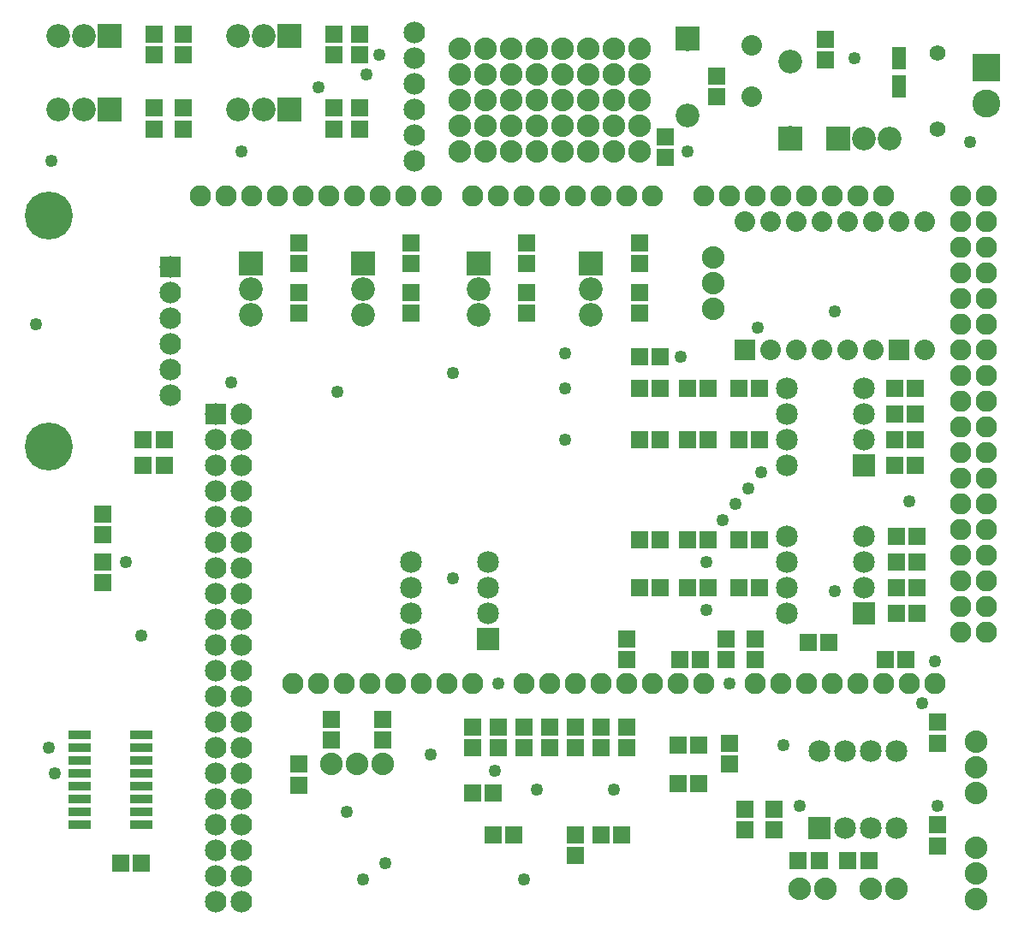
<source format=gts>
G04 MADE WITH FRITZING*
G04 WWW.FRITZING.ORG*
G04 DOUBLE SIDED*
G04 HOLES PLATED*
G04 CONTOUR ON CENTER OF CONTOUR VECTOR*
%ASAXBY*%
%FSLAX23Y23*%
%MOIN*%
%OFA0B0*%
%SFA1.0B1.0*%
%ADD10C,0.080000*%
%ADD11C,0.049370*%
%ADD12C,0.084000*%
%ADD13C,0.085000*%
%ADD14C,0.187165*%
%ADD15C,0.088000*%
%ADD16C,0.082917*%
%ADD17C,0.092000*%
%ADD18C,0.061496*%
%ADD19C,0.109055*%
%ADD20R,0.065118X0.069055*%
%ADD21R,0.057244X0.088740*%
%ADD22R,0.090000X0.036000*%
%ADD23R,0.069055X0.065118*%
%ADD24R,0.085000X0.085000*%
%ADD25R,0.084000X0.084000*%
%ADD26R,0.080000X0.080000*%
%ADD27R,0.092000X0.092000*%
%ADD28R,0.109055X0.109055*%
%LNMASK1*%
G90*
G70*
G54D10*
X2869Y3638D03*
X2869Y3438D03*
G54D11*
X157Y801D03*
X132Y901D03*
X1444Y451D03*
X1869Y813D03*
X2332Y738D03*
X1619Y876D03*
X1294Y651D03*
G54D12*
X1557Y3688D03*
X1557Y3588D03*
X1557Y3488D03*
X1557Y3388D03*
X1557Y3288D03*
X1557Y3188D03*
X1557Y3688D03*
X1557Y3588D03*
X1557Y3488D03*
X1557Y3388D03*
X1557Y3288D03*
X1557Y3188D03*
G54D13*
X1844Y1326D03*
X1544Y1326D03*
X1844Y1426D03*
X1544Y1426D03*
X1844Y1526D03*
X1544Y1526D03*
X1844Y1626D03*
X1544Y1626D03*
G54D11*
X432Y1626D03*
X3057Y676D03*
X3582Y1238D03*
G54D13*
X3307Y1426D03*
X3007Y1426D03*
X3307Y1526D03*
X3007Y1526D03*
X3307Y1626D03*
X3007Y1626D03*
X3307Y1726D03*
X3007Y1726D03*
X3307Y2001D03*
X3007Y2001D03*
X3307Y2101D03*
X3007Y2101D03*
X3307Y2201D03*
X3007Y2201D03*
X3307Y2301D03*
X3007Y2301D03*
G54D11*
X2619Y3226D03*
X1707Y2363D03*
X2144Y2438D03*
X1257Y2288D03*
X2807Y1851D03*
X2757Y1788D03*
X2857Y1913D03*
X2907Y1976D03*
X882Y3226D03*
X1369Y3526D03*
X1419Y3601D03*
X3594Y676D03*
X3532Y1076D03*
X2594Y2426D03*
X1357Y388D03*
G54D14*
X132Y2076D03*
X132Y2976D03*
G54D11*
X1982Y388D03*
X3194Y1513D03*
X1182Y3476D03*
X1882Y1151D03*
X144Y3188D03*
X2994Y913D03*
X494Y1338D03*
X2782Y1151D03*
X1707Y1563D03*
X3719Y3263D03*
X3194Y2601D03*
G54D12*
X607Y2776D03*
X607Y2676D03*
X607Y2576D03*
X607Y2476D03*
X607Y2376D03*
X607Y2276D03*
G54D11*
X2144Y2301D03*
X2144Y2101D03*
X3482Y1863D03*
X844Y2326D03*
G54D10*
X3544Y2951D03*
X3544Y2451D03*
X3444Y2951D03*
X3444Y2451D03*
X3344Y2951D03*
X3344Y2451D03*
X3244Y2951D03*
X3244Y2451D03*
X3144Y2951D03*
X3144Y2451D03*
X3044Y2951D03*
X3044Y2451D03*
X2944Y2951D03*
X2944Y2451D03*
X2844Y2951D03*
X2844Y2451D03*
G54D11*
X3269Y3588D03*
X2032Y738D03*
G54D15*
X1732Y3226D03*
X1732Y3326D03*
X1732Y3426D03*
X1732Y3526D03*
X1732Y3626D03*
X2432Y3226D03*
X2432Y3326D03*
X2432Y3426D03*
X2432Y3526D03*
X2432Y3626D03*
X2232Y3626D03*
X2232Y3526D03*
X2232Y3426D03*
X2032Y3426D03*
X2032Y3626D03*
X2032Y3526D03*
X2032Y3226D03*
X2032Y3326D03*
X1832Y3526D03*
X1832Y3626D03*
X2332Y3226D03*
X1932Y3626D03*
X1932Y3426D03*
X1932Y3226D03*
X1932Y3326D03*
X2332Y3626D03*
X2332Y3526D03*
X2332Y3426D03*
X1832Y3226D03*
X1832Y3326D03*
X2132Y3426D03*
X1932Y3526D03*
X2132Y3226D03*
X2132Y3326D03*
X1432Y838D03*
X1332Y838D03*
X1232Y838D03*
X2132Y3626D03*
X2132Y3526D03*
X2332Y3326D03*
X1832Y3426D03*
X2232Y3226D03*
X2232Y3326D03*
G54D11*
X2894Y2538D03*
X82Y2551D03*
G54D13*
X3132Y588D03*
X3132Y888D03*
X3232Y588D03*
X3232Y888D03*
X3332Y588D03*
X3332Y888D03*
X3432Y588D03*
X3432Y888D03*
G54D12*
X882Y2201D03*
X882Y2101D03*
X882Y2001D03*
X882Y1901D03*
X882Y1801D03*
X882Y1701D03*
X882Y1601D03*
X882Y1501D03*
X882Y1401D03*
X882Y1301D03*
X882Y1201D03*
X882Y1101D03*
X882Y1001D03*
X882Y901D03*
X882Y801D03*
X882Y701D03*
X882Y601D03*
X882Y501D03*
X882Y401D03*
X882Y301D03*
X782Y2201D03*
X782Y2101D03*
X782Y2001D03*
X782Y1901D03*
X782Y1801D03*
X782Y1701D03*
X782Y1601D03*
X782Y1501D03*
X782Y1401D03*
X782Y1301D03*
X782Y1201D03*
X782Y1101D03*
X782Y1001D03*
X782Y901D03*
X782Y801D03*
X782Y701D03*
X782Y601D03*
X782Y501D03*
X782Y401D03*
X782Y301D03*
G54D16*
X2982Y1151D03*
X1382Y1151D03*
X3082Y1151D03*
X3182Y1151D03*
X3282Y1151D03*
X3382Y1151D03*
X3682Y2551D03*
X3482Y1151D03*
X3582Y1151D03*
X1422Y3051D03*
X1982Y1151D03*
X2082Y1151D03*
X2182Y1151D03*
X2282Y1151D03*
X3682Y1751D03*
X2382Y1151D03*
X2482Y1151D03*
X2582Y1151D03*
X2682Y1151D03*
X2182Y3051D03*
X3682Y2951D03*
X3682Y2151D03*
X3682Y1351D03*
X1022Y3051D03*
X1782Y1151D03*
X1782Y3051D03*
X3682Y2751D03*
X3682Y2351D03*
X3682Y1951D03*
X3382Y3051D03*
X3682Y1551D03*
X3282Y3051D03*
X3182Y3051D03*
X3082Y3051D03*
X2982Y3051D03*
X2882Y3051D03*
X2782Y3051D03*
X2682Y3051D03*
X822Y3051D03*
X1222Y3051D03*
X1622Y3051D03*
X1182Y1151D03*
X1582Y1151D03*
X2382Y3051D03*
X1982Y3051D03*
X3682Y3051D03*
X3682Y2851D03*
X3682Y2651D03*
X3682Y2451D03*
X3682Y2251D03*
X3682Y2051D03*
X3682Y1851D03*
X3682Y1651D03*
X3682Y1451D03*
X722Y3051D03*
X922Y3051D03*
X1122Y3051D03*
X1322Y3051D03*
X1522Y3051D03*
X1082Y1151D03*
X1282Y1151D03*
X1482Y1151D03*
X1682Y1151D03*
X2482Y3051D03*
X2282Y3051D03*
X2082Y3051D03*
X1882Y3051D03*
X3782Y3051D03*
X3782Y2951D03*
X3782Y2851D03*
X3782Y2751D03*
X3782Y2651D03*
X3782Y2551D03*
X3782Y2451D03*
X3782Y2351D03*
X3782Y2251D03*
X3782Y2151D03*
X3782Y2051D03*
X3782Y1951D03*
X3782Y1851D03*
X3782Y1751D03*
X3782Y1651D03*
X3782Y1551D03*
X3782Y1451D03*
X3782Y1351D03*
X2882Y1151D03*
G54D17*
X1357Y2788D03*
X1357Y2688D03*
X1357Y2588D03*
X2244Y2788D03*
X2244Y2688D03*
X2244Y2588D03*
X1807Y2788D03*
X1807Y2688D03*
X1807Y2588D03*
X919Y2788D03*
X919Y2688D03*
X919Y2588D03*
G54D15*
X3744Y313D03*
X3744Y413D03*
X3744Y513D03*
X3744Y926D03*
X3744Y826D03*
X3744Y726D03*
X2719Y2813D03*
X2719Y2713D03*
X2719Y2613D03*
X3057Y351D03*
X3157Y351D03*
X3432Y351D03*
X3332Y351D03*
G54D17*
X3207Y3276D03*
X3307Y3276D03*
X3407Y3276D03*
X2619Y3663D03*
X2619Y3365D03*
X3019Y3278D03*
X3019Y3576D03*
G54D18*
X3594Y3313D03*
X3594Y3608D03*
X3594Y3313D03*
X3594Y3608D03*
G54D17*
X369Y3388D03*
X269Y3388D03*
X169Y3388D03*
X1069Y3676D03*
X969Y3676D03*
X869Y3676D03*
X369Y3676D03*
X269Y3676D03*
X169Y3676D03*
X1069Y3388D03*
X969Y3388D03*
X869Y3388D03*
G54D19*
X3782Y3551D03*
X3782Y3413D03*
G54D11*
X2694Y1438D03*
X2694Y1626D03*
G54D20*
X2619Y1526D03*
X2700Y1526D03*
X2619Y1713D03*
X2700Y1713D03*
X2619Y2101D03*
X2700Y2101D03*
X2619Y2301D03*
X2700Y2301D03*
X2432Y1526D03*
X2513Y1526D03*
X2432Y1713D03*
X2513Y1713D03*
X2432Y2101D03*
X2513Y2101D03*
X2432Y2301D03*
X2513Y2301D03*
G54D21*
X3444Y3478D03*
X3444Y3588D03*
G54D22*
X252Y951D03*
X252Y901D03*
X252Y851D03*
X252Y801D03*
X252Y751D03*
X252Y701D03*
X252Y651D03*
X252Y601D03*
X494Y601D03*
X494Y651D03*
X494Y701D03*
X494Y751D03*
X494Y801D03*
X494Y851D03*
X494Y901D03*
X494Y951D03*
G54D20*
X414Y451D03*
X494Y451D03*
G54D23*
X344Y1626D03*
X344Y1545D03*
G54D24*
X1844Y1326D03*
X3307Y1426D03*
X3307Y2001D03*
G54D23*
X2532Y3201D03*
X2532Y3281D03*
X3157Y3663D03*
X3157Y3582D03*
X2732Y3519D03*
X2732Y3438D03*
X344Y1813D03*
X344Y1732D03*
G54D20*
X501Y2101D03*
X582Y2101D03*
G54D23*
X1344Y3313D03*
X1344Y3394D03*
X1244Y3601D03*
X1244Y3681D03*
X1344Y3601D03*
X1344Y3681D03*
X1244Y3313D03*
X1244Y3394D03*
X657Y3601D03*
X657Y3681D03*
X544Y3601D03*
X544Y3681D03*
X657Y3313D03*
X657Y3394D03*
X544Y3313D03*
X544Y3394D03*
G54D20*
X3507Y2301D03*
X3426Y2301D03*
X3507Y2001D03*
X3426Y2001D03*
X3507Y2101D03*
X3426Y2101D03*
X3507Y2201D03*
X3426Y2201D03*
X2432Y2426D03*
X2513Y2426D03*
X3513Y1426D03*
X3432Y1426D03*
X3513Y1526D03*
X3432Y1526D03*
X3513Y1626D03*
X3432Y1626D03*
X3513Y1726D03*
X3432Y1726D03*
G54D23*
X1107Y2595D03*
X1107Y2676D03*
X1544Y2595D03*
X1544Y2676D03*
X1994Y2595D03*
X1994Y2676D03*
X2432Y2595D03*
X2432Y2676D03*
X1107Y2869D03*
X1107Y2788D03*
X1544Y2869D03*
X1544Y2788D03*
X1994Y2869D03*
X1994Y2788D03*
X2432Y2869D03*
X2432Y2788D03*
G54D20*
X2819Y2101D03*
X2900Y2101D03*
X2900Y2301D03*
X2819Y2301D03*
X1864Y563D03*
X1944Y563D03*
X2363Y563D03*
X2282Y563D03*
X501Y2001D03*
X582Y2001D03*
X3169Y1313D03*
X3089Y1313D03*
G54D23*
X2769Y1326D03*
X2769Y1245D03*
X2082Y901D03*
X2082Y981D03*
X1232Y932D03*
X1232Y1013D03*
X1107Y757D03*
X1107Y838D03*
X1982Y901D03*
X1982Y981D03*
G54D20*
X1863Y726D03*
X1782Y726D03*
G54D23*
X1782Y981D03*
X1782Y901D03*
G54D20*
X3469Y1247D03*
X3389Y1247D03*
G54D23*
X2382Y1245D03*
X2382Y1326D03*
X3594Y920D03*
X3594Y1001D03*
G54D20*
X3245Y463D03*
X3326Y463D03*
X3132Y463D03*
X3051Y463D03*
G54D23*
X3594Y520D03*
X3594Y601D03*
X2957Y662D03*
X2957Y581D03*
G54D25*
X607Y2776D03*
G54D26*
X2844Y2451D03*
X3444Y2451D03*
G54D24*
X3132Y588D03*
G54D25*
X782Y2201D03*
G54D27*
X1357Y2788D03*
X2244Y2788D03*
X1807Y2788D03*
X919Y2788D03*
X3207Y3276D03*
X2619Y3664D03*
X3019Y3277D03*
X369Y3388D03*
X1069Y3676D03*
X369Y3676D03*
X1069Y3388D03*
G54D28*
X3782Y3551D03*
G54D20*
X2582Y913D03*
X2663Y913D03*
X2582Y763D03*
X2663Y763D03*
G54D23*
X2844Y582D03*
X2844Y663D03*
X2182Y482D03*
X2182Y563D03*
X1882Y901D03*
X1882Y981D03*
X2182Y901D03*
X2182Y981D03*
X1432Y932D03*
X1432Y1013D03*
X2782Y838D03*
X2782Y919D03*
X2282Y901D03*
X2282Y981D03*
X2382Y901D03*
X2382Y981D03*
G54D20*
X2819Y1526D03*
X2900Y1526D03*
X2900Y1713D03*
X2819Y1713D03*
X2669Y1247D03*
X2589Y1247D03*
G54D23*
X2882Y1245D03*
X2882Y1326D03*
G04 End of Mask1*
M02*
</source>
